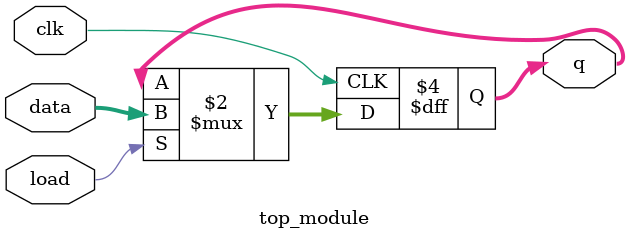
<source format=v>
module top_module(
    input clk,
    input load,
    input [511:0] data,
    output [511:0] q
); 

    always @(posedge clk) begin
        if (load) q <= data;
        else begin
            
        end
    end

endmodule

</source>
